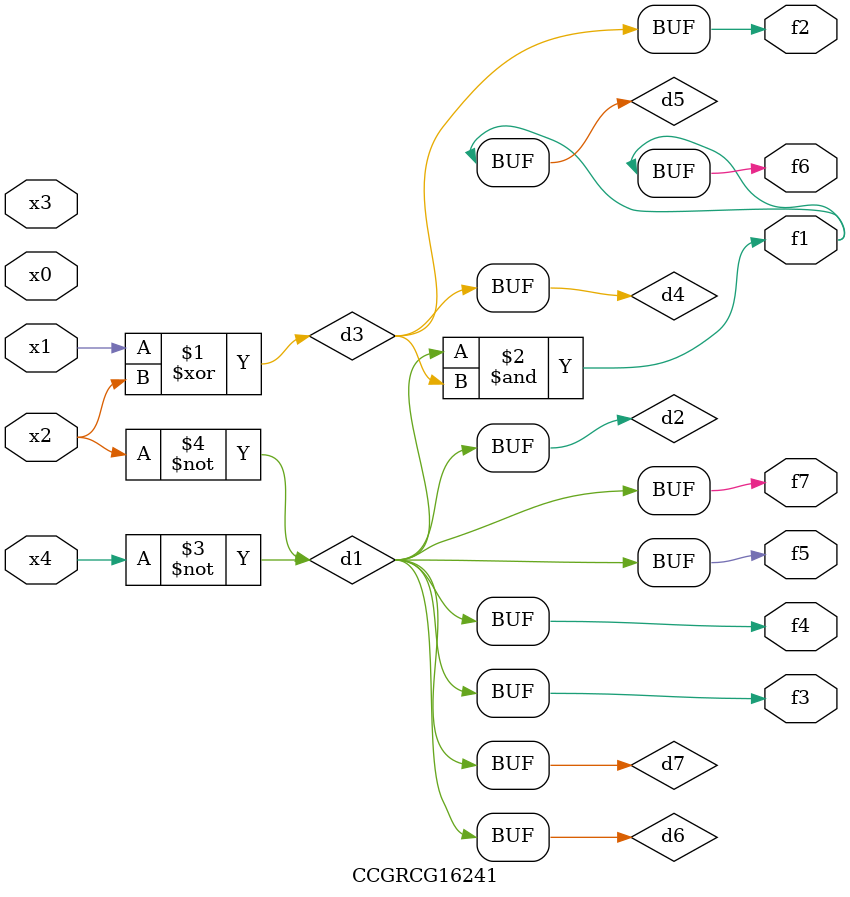
<source format=v>
module CCGRCG16241(
	input x0, x1, x2, x3, x4,
	output f1, f2, f3, f4, f5, f6, f7
);

	wire d1, d2, d3, d4, d5, d6, d7;

	not (d1, x4);
	not (d2, x2);
	xor (d3, x1, x2);
	buf (d4, d3);
	and (d5, d1, d3);
	buf (d6, d1, d2);
	buf (d7, d2);
	assign f1 = d5;
	assign f2 = d4;
	assign f3 = d7;
	assign f4 = d7;
	assign f5 = d7;
	assign f6 = d5;
	assign f7 = d7;
endmodule

</source>
